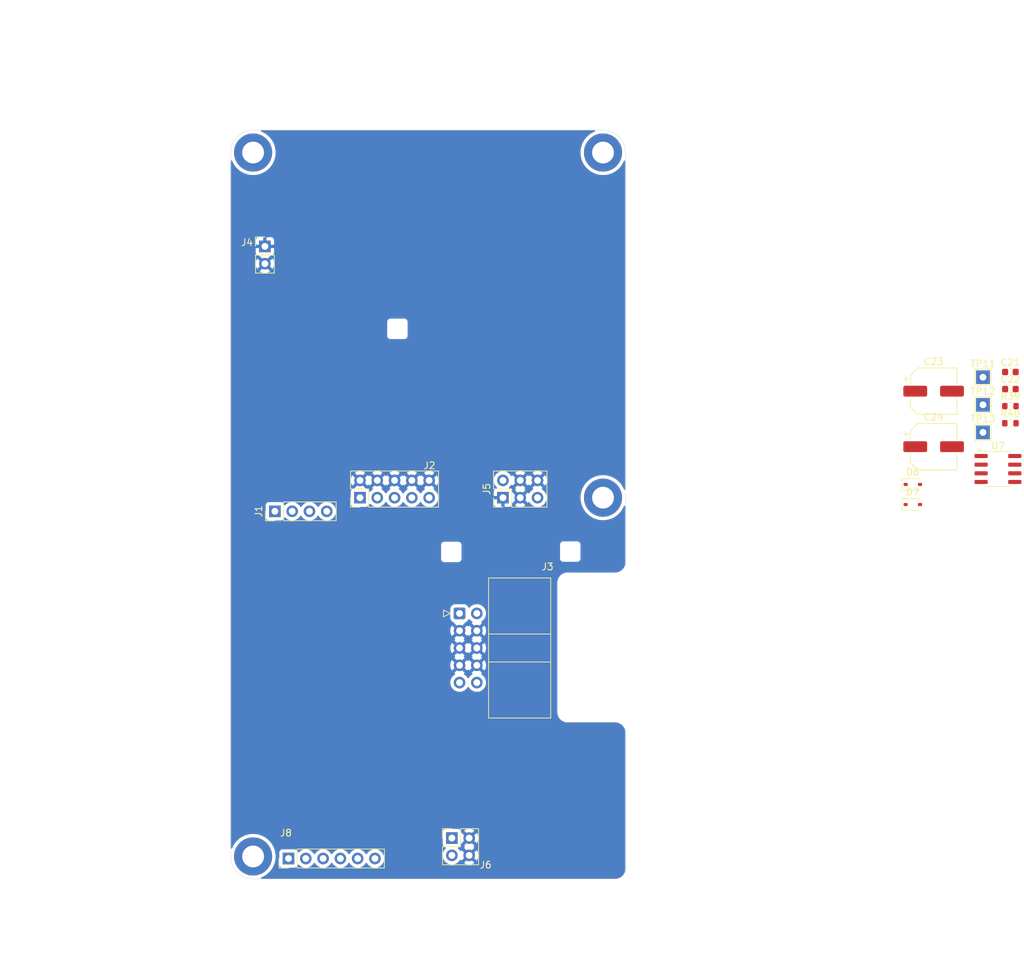
<source format=kicad_pcb>
(kicad_pcb (version 20241229) (generator "pcbnew") (generator_version "9.0")
  (layers (0 "F.Cu" signal) (2 "B.Cu" signal) (13 "F.Paste" user) (15 "B.Paste" user) (5 "F.SilkS" user "F.Silkscreen") (7 "B.SilkS" user "B.Silkscreen") (1 "F.Mask" user) (3 "B.Mask" user) (25 "Edge.Cuts" user))
  (net 0 "")
  (net 1 "GND")
  (net 2 "+12V")
  (net 3 "-12V")
  (net 4 "CV")
  (net 5 "RAW_SAW")
  (net 6 "SAW_INV")
  (net 7 "TRI")
  (net 8 "SQR")
  (net 9 "SAW")
  (net 10 "FM")
  (net 11 "SQR_SHAPE")
  (net 12 "HARD_SYNC")
  (net 13 "Net-(U7A--)")
  (net 14 "-5V")
  (net 15 "Net-(U7B--)")
  (net 16 "NOISE")
  (net 17 "SUB")
  (net 18 "Net-(D6-A)")
  (net 19 "Net-(D7-K)")
  (footprint "Capacitor_SMD:C_0603_1608Metric" (layer "F.Cu") (at 238.544 82.044)
    (property "Reference" "C22" (at 0 -1.43 0) (layer "F.SilkS"))
    (property "Value" "100n")
    (fp_line (start -0.14058 -0.51) (end 0.14058 -0.51) (stroke (width 0.12)) (layer "F.SilkS"))
    (fp_line (start -0.14058 0.51) (end 0.14058 0.51) (stroke (width 0.12)) (layer "F.SilkS"))
    (pad "1" smd roundrect (at -0.775 0) (size 0.9 0.95) (layers "F.Cu" "F.Mask" "F.Paste") (net 1 "GND"))
    (pad "2" smd roundrect (at 0.775 0) (size 0.9 0.95) (layers "F.Cu" "F.Mask" "F.Paste") (net 3 "-12V"))
  )
  (footprint "Connector_PinHeader_2.54mm:PinHeader_1x06_P2.54mm_Vertical" (layer "F.Cu") (at 132.5 151 90)
    (property "Reference" "J8" (at 3.749 -0.372 180) (layer "F.SilkS"))
    (property "Value" "Conn_01x06")
    (fp_line (start -1.38 -1.38) (end 0 -1.38) (stroke (width 0.12)) (layer "F.SilkS"))
    (fp_line (start -1.38 0) (end -1.38 -1.38) (stroke (width 0.12)) (layer "F.SilkS"))
    (fp_line (start 1.38 1.27) (end 1.38 14.08) (stroke (width 0.12)) (layer "F.SilkS"))
    (fp_line (start -1.38 1.27) (end 1.38 1.27) (stroke (width 0.12)) (layer "F.SilkS"))
    (fp_line (start -1.38 1.27) (end -1.38 14.08) (stroke (width 0.12)) (layer "F.SilkS"))
    (fp_line (start -1.38 14.08) (end 1.38 14.08) (stroke (width 0.12)) (layer "F.SilkS"))
    (pad "1" thru_hole rect (at 0 0 90) (size 1.7 1.7) (drill 1) (layers "*.Cu" "*.Mask"))
    (pad "2" thru_hole circle (at 0 2.54 90) (size 1.7 1.7) (drill 1) (layers "*.Cu" "*.Mask"))
    (pad "3" thru_hole circle (at 0 5.08 90) (size 1.7 1.7) (drill 1) (layers "*.Cu" "*.Mask"))
    (pad "4" thru_hole circle (at 0 7.62 90) (size 1.7 1.7) (drill 1) (layers "*.Cu" "*.Mask"))
    (pad "5" thru_hole circle (at 0 10.16 90) (size 1.7 1.7) (drill 1) (layers "*.Cu" "*.Mask"))
    (pad "6" thru_hole circle (at 0 12.7 90) (size 1.7 1.7) (drill 1) (layers "*.Cu" "*.Mask"))
  )
  (footprint "Capacitor_SMD:C_0603_1608Metric" (layer "F.Cu") (at 238.544 79.534)
    (property "Reference" "C21" (at 0 -1.43 0) (layer "F.SilkS"))
    (property "Value" "100n")
    (fp_line (start -0.14058 -0.51) (end 0.14058 -0.51) (stroke (width 0.12)) (layer "F.SilkS"))
    (fp_line (start -0.14058 0.51) (end 0.14058 0.51) (stroke (width 0.12)) (layer "F.SilkS"))
    (pad "1" smd roundrect (at -0.775 0) (size 0.9 0.95) (layers "F.Cu" "F.Mask" "F.Paste") (net 2 "+12V"))
    (pad "2" smd roundrect (at 0.775 0) (size 0.9 0.95) (layers "F.Cu" "F.Mask" "F.Paste") (net 1 "GND"))
  )
  (footprint "Connector_PinHeader_2.54mm:PinHeader_2x03_P2.54mm_Vertical" (layer "F.Cu") (at 164 98 90)
    (property "Reference" "J5" (at 1.27 -2.38 90) (layer "F.SilkS"))
    (property "Value" "Conn_02x03_Odd_Even")
    (fp_line (start 3.92 -1.38) (end 3.92 6.46) (stroke (width 0.12)) (layer "F.SilkS"))
    (fp_line (start 1.27 -1.38) (end 3.92 -1.38) (stroke (width 0.12)) (layer "F.SilkS"))
    (fp_line (start -1.38 -1.38) (end 0 -1.38) (stroke (width 0.12)) (layer "F.SilkS"))
    (fp_line (start -1.38 0) (end -1.38 -1.38) (stroke (width 0.12)) (layer "F.SilkS"))
    (fp_line (start 1.27 1.27) (end 1.27 -1.38) (stroke (width 0.12)) (layer "F.SilkS"))
    (fp_line (start -1.38 1.27) (end 1.27 1.27) (stroke (width 0.12)) (layer "F.SilkS"))
    (fp_line (start -1.38 1.27) (end -1.38 6.46) (stroke (width 0.12)) (layer "F.SilkS"))
    (fp_line (start -1.38 6.46) (end 3.92 6.46) (stroke (width 0.12)) (layer "F.SilkS"))
    (pad "1" thru_hole rect (at 0 0 90) (size 1.7 1.7) (drill 1) (layers "*.Cu" "*.Mask") (net 1 "GND"))
    (pad "2" thru_hole circle (at 2.54 0 90) (size 1.7 1.7) (drill 1) (layers "*.Cu" "*.Mask") (net 2 "+12V"))
    (pad "3" thru_hole circle (at 0 2.54 90) (size 1.7 1.7) (drill 1) (layers "*.Cu" "*.Mask") (net 1 "GND"))
    (pad "4" thru_hole circle (at 2.54 2.54 90) (size 1.7 1.7) (drill 1) (layers "*.Cu" "*.Mask") (net 1 "GND"))
    (pad "5" thru_hole circle (at 0 5.08 90) (size 1.7 1.7) (drill 1) (layers "*.Cu" "*.Mask") (net 3 "-12V"))
    (pad "6" thru_hole circle (at 2.54 5.08 90) (size 1.7 1.7) (drill 1) (layers "*.Cu" "*.Mask") (net 1 "GND"))
  )
  (footprint "Capacitor_SMD:CP_Elec_6.3x7.7" (layer "F.Cu") (at 227.264 90.504)
    (property "Reference" "C24" (at 0 -4.35 0) (layer "F.SilkS"))
    (property "Value" "100u")
    (fp_line (start -4.4375 -1.8475) (end -3.65 -1.8475) (stroke (width 0.12)) (layer "F.SilkS"))
    (fp_line (start -4.04375 -2.24125) (end -4.04375 -1.45375) (stroke (width 0.12)) (layer "F.SilkS"))
    (fp_line (start -3.41 -2.345563) (end -3.41 -1.06) (stroke (width 0.12)) (layer "F.SilkS"))
    (fp_line (start -3.41 -2.345563) (end -2.345563 -3.41) (stroke (width 0.12)) (layer "F.SilkS"))
    (fp_line (start -3.41 2.345563) (end -3.41 1.06) (stroke (width 0.12)) (layer "F.SilkS"))
    (fp_line (start -3.41 2.345563) (end -2.345563 3.41) (stroke (width 0.12)) (layer "F.SilkS"))
    (fp_line (start -2.345563 -3.41) (end 3.41 -3.41) (stroke (width 0.12)) (layer "F.SilkS"))
    (fp_line (start -2.345563 3.41) (end 3.41 3.41) (stroke (width 0.12)) (layer "F.SilkS"))
    (fp_line (start 3.41 -3.41) (end 3.41 -1.06) (stroke (width 0.12)) (layer "F.SilkS"))
    (fp_line (start 3.41 3.41) (end 3.41 1.06) (stroke (width 0.12)) (layer "F.SilkS"))
    (pad "1" smd roundrect (at -2.7 0) (size 3.5 1.6) (layers "F.Cu" "F.Mask" "F.Paste") (roundrect_rratio 0.15625) (net 1 "GND"))
    (pad "2" smd roundrect (at 2.7 0) (size 3.5 1.6) (layers "F.Cu" "F.Mask" "F.Paste") (roundrect_rratio 0.15625) (net 3 "-12V"))
  )
  (footprint "MountingHole:MountingHole_3.2mm_M3_DIN965_Pad" (layer "F.Cu") (at 178.7 98)
    (property "Reference" "H2")
    (property "Value" "MountingHole")
    (pad "1" thru_hole circle (at 0 0) (size 5.6 5.6) (drill 3.2) (layers "*.Cu" "*.Mask"))
  )
  (footprint "Resistor_SMD:R_0603_1608Metric" (layer "F.Cu") (at 238.544 87.064)
    (property "Reference" "R40" (at 0 -1.43 0) (layer "F.SilkS"))
    (property "Value" "100k")
    (fp_line (start -0.237258 -0.5225) (end 0.237258 -0.5225) (stroke (width 0.12)) (layer "F.SilkS"))
    (fp_line (start -0.237258 0.5225) (end 0.237258 0.5225) (stroke (width 0.12)) (layer "F.SilkS"))
    (pad "1" smd roundrect (at -0.825 0) (size 0.8 0.95) (layers "F.Cu" "F.Mask" "F.Paste") (net 13 "Net-(U7A--)"))
    (pad "2" smd roundrect (at 0.825 0) (size 0.8 0.95) (layers "F.Cu" "F.Mask" "F.Paste") (net 14 "-5V"))
  )
  (footprint "MountingHole:MountingHole_3.2mm_M3_DIN965_Pad" (layer "F.Cu") (at 127.3 47.3)
    (property "Reference" "H1")
    (property "Value" "MountingHole")
    (pad "1" thru_hole circle (at 0 0) (size 5.6 5.6) (drill 3.2) (layers "*.Cu" "*.Mask"))
  )
  (footprint "Connector_PinHeader_2.54mm:PinHeader_2x05_P2.54mm_Vertical" (layer "F.Cu") (at 143 98 90)
    (property "Reference" "J2" (at 4.724 10.21 180) (layer "F.SilkS"))
    (property "Value" "Conn_02x05_Odd_Even")
    (fp_line (start 3.92 -1.38) (end 3.92 11.54) (stroke (width 0.12)) (layer "F.SilkS"))
    (fp_line (start 1.27 -1.38) (end 3.92 -1.38) (stroke (width 0.12)) (layer "F.SilkS"))
    (fp_line (start -1.38 -1.38) (end 0 -1.38) (stroke (width 0.12)) (layer "F.SilkS"))
    (fp_line (start -1.38 0) (end -1.38 -1.38) (stroke (width 0.12)) (layer "F.SilkS"))
    (fp_line (start 1.27 1.27) (end 1.27 -1.38) (stroke (width 0.12)) (layer "F.SilkS"))
    (fp_line (start -1.38 1.27) (end 1.27 1.27) (stroke (width 0.12)) (layer "F.SilkS"))
    (fp_line (start -1.38 1.27) (end -1.38 11.54) (stroke (width 0.12)) (layer "F.SilkS"))
    (fp_line (start -1.38 11.54) (end 3.92 11.54) (stroke (width 0.12)) (layer "F.SilkS"))
    (pad "1" thru_hole rect (at 0 0 90) (size 1.7 1.7) (drill 1) (layers "*.Cu" "*.Mask") (net 5 "RAW_SAW"))
    (pad "2" thru_hole circle (at 2.54 0 90) (size 1.7 1.7) (drill 1) (layers "*.Cu" "*.Mask") (net 1 "GND"))
    (pad "3" thru_hole circle (at 0 2.54 90) (size 1.7 1.7) (drill 1) (layers "*.Cu" "*.Mask") (net 8 "SQR"))
    (pad "4" thru_hole circle (at 2.54 2.54 90) (size 1.7 1.7) (drill 1) (layers "*.Cu" "*.Mask") (net 1 "GND"))
    (pad "5" thru_hole circle (at 0 5.08 90) (size 1.7 1.7) (drill 1) (layers "*.Cu" "*.Mask") (net 7 "TRI"))
    (pad "6" thru_hole circle (at 2.54 5.08 90) (size 1.7 1.7) (drill 1) (layers "*.Cu" "*.Mask") (net 1 "GND"))
    (pad "7" thru_hole circle (at 0 7.62 90) (size 1.7 1.7) (drill 1) (layers "*.Cu" "*.Mask") (net 9 "SAW"))
    (pad "8" thru_hole circle (at 2.54 7.62 90) (size 1.7 1.7) (drill 1) (layers "*.Cu" "*.Mask") (net 1 "GND"))
    (pad "9" thru_hole circle (at 0 10.16 90) (size 1.7 1.7) (drill 1) (layers "*.Cu" "*.Mask") (net 6 "SAW_INV"))
    (pad "10" thru_hole circle (at 2.54 10.16 90) (size 1.7 1.7) (drill 1) (layers "*.Cu" "*.Mask") (net 1 "GND"))
  )
  (footprint "TestPoint:TestPoint_THTPad_2.0x2.0mm_Drill1.0mm" (layer "F.Cu") (at 234.514 88.404)
    (property "Reference" "TP13" (at 0 -1.998 0) (layer "F.SilkS"))
    (property "Value" "-12V")
    (fp_line (start -1.2 -1.2) (end 1.2 -1.2) (stroke (width 0.12)) (layer "F.SilkS"))
    (fp_line (start -1.2 1.2) (end -1.2 -1.2) (stroke (width 0.12)) (layer "F.SilkS"))
    (fp_line (start 1.2 -1.2) (end 1.2 1.2) (stroke (width 0.12)) (layer "F.SilkS"))
    (fp_line (start 1.2 1.2) (end -1.2 1.2) (stroke (width 0.12)) (layer "F.SilkS"))
    (pad "1" thru_hole rect (at 0 0) (size 2 2) (drill 1) (layers "*.Cu" "*.Mask") (net 3 "-12V"))
  )
  (footprint "Diode_SMD:D_SOD-323" (layer "F.Cu") (at 224.209 99.004)
    (property "Reference" "D7" (at 0 -1.85 0) (layer "F.SilkS"))
    (property "Value" "1N5817")
    (fp_line (start -1.61 -0.85) (end -1.61 0.85) (stroke (width 0.12)) (layer "F.SilkS"))
    (fp_line (start -1.61 -0.85) (end 1.05 -0.85) (stroke (width 0.12)) (layer "F.SilkS"))
    (fp_line (start -1.61 0.85) (end 1.05 0.85) (stroke (width 0.12)) (layer "F.SilkS"))
    (pad "1" smd roundrect (at -1.05 0) (size 0.6 0.45) (layers "F.Cu" "F.Mask" "F.Paste") (net 19 "Net-(D7-K)"))
    (pad "2" smd roundrect (at 1.05 0) (size 0.6 0.45) (layers "F.Cu" "F.Mask" "F.Paste") (net 3 "-12V"))
  )
  (footprint "Connector_PinHeader_2.54mm:PinHeader_1x02_P2.54mm_Vertical" (layer "F.Cu") (at 129.032 61.087)
    (property "Reference" "J4" (at -2.619 -0.577 0) (layer "F.SilkS"))
    (property "Value" "Conn_01x02")
    (fp_line (start -1.38 -1.38) (end 0 -1.38) (stroke (width 0.12)) (layer "F.SilkS"))
    (fp_line (start -1.38 0) (end -1.38 -1.38) (stroke (width 0.12)) (layer "F.SilkS"))
    (fp_line (start -1.38 1.27) (end -1.38 3.92) (stroke (width 0.12)) (layer "F.SilkS"))
    (fp_line (start -1.38 1.27) (end 1.38 1.27) (stroke (width 0.12)) (layer "F.SilkS"))
    (fp_line (start -1.38 3.92) (end 1.38 3.92) (stroke (width 0.12)) (layer "F.SilkS"))
    (fp_line (start 1.38 1.27) (end 1.38 3.92) (stroke (width 0.12)) (layer "F.SilkS"))
    (pad "1" thru_hole rect (at 0 0) (size 1.7 1.7) (drill 1) (layers "*.Cu" "*.Mask") (net 1 "GND"))
    (pad "2" thru_hole circle (at 0 2.54) (size 1.7 1.7) (drill 1) (layers "*.Cu" "*.Mask") (net 1 "GND"))
  )
  (footprint "Connector_PinHeader_2.54mm:PinHeader_2x02_P2.54mm_Vertical" (layer "F.Cu") (at 156.5 148)
    (property "Reference" "J6" (at 4.965 3.95 0) (layer "F.SilkS"))
    (property "Value" "Conn_02x02_Counter_Clockwise")
    (fp_line (start -1.38 -1.38) (end 0 -1.38) (stroke (width 0.12)) (layer "F.SilkS"))
    (fp_line (start -1.38 0) (end -1.38 -1.38) (stroke (width 0.12)) (layer "F.SilkS"))
    (fp_line (start -1.38 1.27) (end -1.38 3.92) (stroke (width 0.12)) (layer "F.SilkS"))
    (fp_line (start -1.38 1.27) (end 1.27 1.27) (stroke (width 0.12)) (layer "F.SilkS"))
    (fp_line (start -1.38 3.92) (end 3.92 3.92) (stroke (width 0.12)) (layer "F.SilkS"))
    (fp_line (start 1.27 -1.38) (end 3.92 -1.38) (stroke (width 0.12)) (layer "F.SilkS"))
    (fp_line (start 1.27 1.27) (end 1.27 -1.38) (stroke (width 0.12)) (layer "F.SilkS"))
    (fp_line (start 3.92 -1.38) (end 3.92 3.92) (stroke (width 0.12)) (layer "F.SilkS"))
    (pad "1" thru_hole rect (at 0 0) (size 1.7 1.7) (drill 1) (layers "*.Cu" "*.Mask") (net 16 "NOISE"))
    (pad "2" thru_hole circle (at 2.54 0) (size 1.7 1.7) (drill 1) (layers "*.Cu" "*.Mask") (net 1 "GND"))
    (pad "3" thru_hole circle (at 0 2.54) (size 1.7 1.7) (drill 1) (layers "*.Cu" "*.Mask") (net 17 "SUB"))
    (pad "4" thru_hole circle (at 2.54 2.54) (size 1.7 1.7) (drill 1) (layers "*.Cu" "*.Mask") (net 1 "GND"))
  )
  (footprint "TestPoint:TestPoint_THTPad_2.0x2.0mm_Drill1.0mm" (layer "F.Cu") (at 234.514 80.304)
    (property "Reference" "TP11" (at 0 -1.998 0) (layer "F.SilkS"))
    (property "Value" "-5V")
    (fp_line (start -1.2 -1.2) (end 1.2 -1.2) (stroke (width 0.12)) (layer "F.SilkS"))
    (fp_line (start -1.2 1.2) (end -1.2 -1.2) (stroke (width 0.12)) (layer "F.SilkS"))
    (fp_line (start 1.2 -1.2) (end 1.2 1.2) (stroke (width 0.12)) (layer "F.SilkS"))
    (fp_line (start 1.2 1.2) (end -1.2 1.2) (stroke (width 0.12)) (layer "F.SilkS"))
    (pad "1" thru_hole rect (at 0 0) (size 2 2) (drill 1) (layers "*.Cu" "*.Mask") (net 14 "-5V"))
  )
  (footprint "Capacitor_SMD:CP_Elec_6.3x7.7" (layer "F.Cu") (at 227.264 82.354)
    (property "Reference" "C23" (at 0 -4.35 0) (layer "F.SilkS"))
    (property "Value" "100u")
    (fp_line (start -4.4375 -1.8475) (end -3.65 -1.8475) (stroke (width 0.12)) (layer "F.SilkS"))
    (fp_line (start -4.04375 -2.24125) (end -4.04375 -1.45375) (stroke (width 0.12)) (layer "F.SilkS"))
    (fp_line (start -3.41 -2.345563) (end -3.41 -1.06) (stroke (width 0.12)) (layer "F.SilkS"))
    (fp_line (start -3.41 -2.345563) (end -2.345563 -3.41) (stroke (width 0.12)) (layer "F.SilkS"))
    (fp_line (start -3.41 2.345563) (end -3.41 1.06) (stroke (width 0.12)) (layer "F.SilkS"))
    (fp_line (start -3.41 2.345563) (end -2.345563 3.41) (stroke (width 0.12)) (layer "F.SilkS"))
    (fp_line (start -2.345563 -3.41) (end 3.41 -3.41) (stroke (width 0.12)) (layer "F.SilkS"))
    (fp_line (start -2.345563 3.41) (end 3.41 3.41) (stroke (width 0.12)) (layer "F.SilkS"))
    (fp_line (start 3.41 -3.41) (end 3.41 -1.06) (stroke (width 0.12)) (layer "F.SilkS"))
    (fp_line (start 3.41 3.41) (end 3.41 1.06) (stroke (width 0.12)) (layer "F.SilkS"))
    (pad "1" smd roundrect (at -2.7 0) (size 3.5 1.6) (layers "F.Cu" "F.Mask" "F.Paste") (roundrect_rratio 0.15625) (net 2 "+12V"))
    (pad "2" smd roundrect (at 2.7 0) (size 3.5 1.6) (layers "F.Cu" "F.Mask" "F.Paste") (roundrect_rratio 0.15625) (net 1 "GND"))
  )
  (footprint "MountingHole:MountingHole_3.2mm_M3_DIN965_Pad" (layer "F.Cu") (at 178.7 47.3)
    (property "Reference" "H4")
    (property "Value" "MountingHole")
    (pad "1" thru_hole circle (at 0 0) (size 5.6 5.6) (drill 3.2) (layers "*.Cu" "*.Mask"))
  )
  (footprint "Diode_SMD:D_SOD-323" (layer "F.Cu") (at 224.209 96.054)
    (property "Reference" "D6" (at 0 -1.85 0) (layer "F.SilkS"))
    (property "Value" "1N5817")
    (fp_line (start -1.61 -0.85) (end -1.61 0.85) (stroke (width 0.12)) (layer "F.SilkS"))
    (fp_line (start -1.61 -0.85) (end 1.05 -0.85) (stroke (width 0.12)) (layer "F.SilkS"))
    (fp_line (start -1.61 0.85) (end 1.05 0.85) (stroke (width 0.12)) (layer "F.SilkS"))
    (pad "1" smd roundrect (at -1.05 0) (size 0.6 0.45) (layers "F.Cu" "F.Mask" "F.Paste") (net 2 "+12V"))
    (pad "2" smd roundrect (at 1.05 0) (size 0.6 0.45) (layers "F.Cu" "F.Mask" "F.Paste") (net 18 "Net-(D6-A)"))
  )
  (footprint "Connector_IDC:IDC-Header_2x05_P2.54mm_Horizontal" (layer "F.Cu") (at 157.6245 115)
    (property "Reference" "J3" (at 12.9365 -6.858 180) (layer "F.SilkS"))
    (property "Value" "Conn_02x05_Odd_Even")
    (fp_line (start -2.35 -0.5) (end -2.35 0.5) (stroke (width 0.12)) (layer "F.SilkS"))
    (fp_line (start -2.35 0.5) (end -1.35 0) (stroke (width 0.12)) (layer "F.SilkS"))
    (fp_line (start -1.35 0) (end -2.35 -0.5) (stroke (width 0.12)) (layer "F.SilkS"))
    (fp_line (start 4.27 -5.21) (end 13.39 -5.21) (stroke (width 0.12)) (layer "F.SilkS"))
    (fp_line (start 4.27 3.03) (end 13.39 3.03) (stroke (width 0.12)) (layer "F.SilkS"))
    (fp_line (start 4.27 7.13) (end 13.39 7.13) (stroke (width 0.12)) (layer "F.SilkS"))
    (fp_line (start 4.27 15.37) (end 4.27 -5.21) (stroke (width 0.12)) (layer "F.SilkS"))
    (fp_line (start 13.39 -5.21) (end 13.39 15.37) (stroke (width 0.12)) (layer "F.SilkS"))
    (fp_line (start 13.39 15.37) (end 4.27 15.37) (stroke (width 0.12)) (layer "F.SilkS"))
    (pad "1" thru_hole roundrect (at 0 0) (size 1.7 1.7) (drill 1) (layers "*.Cu" "*.Mask") (roundrect_rratio 0.147059) (net 19 "Net-(D7-K)"))
    (pad "2" thru_hole circle (at 2.54 0) (size 1.7 1.7) (drill 1) (layers "*.Cu" "*.Mask") (net 19 "Net-(D7-K)"))
    (pad "3" thru_hole circle (at 0 2.54) (size 1.7 1.7) (drill 1) (layers "*.Cu" "*.Mask") (net 1 "GND"))
    (pad "4" thru_hole circle (at 2.54 2.54) (size 1.7 1.7) (drill 1) (layers "*.Cu" "*.Mask") (net 1 "GND"))
    (pad "5" thru_hole circle (at 0 5.08) (size 1.7 1.7) (drill 1) (layers "*.Cu" "*.Mask") (net 1 "GND"))
    (pad "6" thru_hole circle (at 2.54 5.08) (size 1.7 1.7) (drill 1) (layers "*.Cu" "*.Mask") (net 1 "GND"))
    (pad "7" thru_hole circle (at 0 7.62) (size 1.7 1.7) (drill 1) (layers "*.Cu" "*.Mask") (net 1 "GND"))
    (pad "8" thru_hole circle (at 2.54 7.62) (size 1.7 1.7) (drill 1) (layers "*.Cu" "*.Mask") (net 1 "GND"))
    (pad "9" thru_hole circle (at 0 10.16) (size 1.7 1.7) (drill 1) (layers "*.Cu" "*.Mask") (net 18 "Net-(D6-A)"))
    (pad "10" thru_hole circle (at 2.54 10.16) (size 1.7 1.7) (drill 1) (layers "*.Cu" "*.Mask") (net 18 "Net-(D6-A)"))
  )
  (footprint "MountingHole:MountingHole_3.2mm_M3_DIN965_Pad" (layer "F.Cu") (at 127.3 150.7)
    (property "Reference" "H3")
    (property "Value" "MountingHole")
    (pad "1" thru_hole circle (at 0 0) (size 5.6 5.6) (drill 3.2) (layers "*.Cu" "*.Mask"))
  )
  (footprint "TestPoint:TestPoint_THTPad_2.0x2.0mm_Drill1.0mm" (layer "F.Cu") (at 234.514 84.354)
    (property "Reference" "TP12" (at 0 -1.998 0) (layer "F.SilkS"))
    (property "Value" "12V")
    (fp_line (start -1.2 -1.2) (end 1.2 -1.2) (stroke (width 0.12)) (layer "F.SilkS"))
    (fp_line (start -1.2 1.2) (end -1.2 -1.2) (stroke (width 0.12)) (layer "F.SilkS"))
    (fp_line (start 1.2 -1.2) (end 1.2 1.2) (stroke (width 0.12)) (layer "F.SilkS"))
    (fp_line (start 1.2 1.2) (end -1.2 1.2) (stroke (width 0.12)) (layer "F.SilkS"))
    (pad "1" thru_hole rect (at 0 0) (size 2 2) (drill 1) (layers "*.Cu" "*.Mask") (net 2 "+12V"))
  )
  (footprint "Package_SO:SOIC-8_3.9x4.9mm_P1.27mm" (layer "F.Cu") (at 236.714 93.784)
    (property "Reference" "U7" (at 0 -3.4 0) (layer "F.SilkS"))
    (property "Value" "TL072")
    (fp_line (start 0 -2.56) (end -1.95 -2.56) (stroke (width 0.12)) (layer "F.SilkS"))
    (fp_line (start 0 -2.56) (end 1.95 -2.56) (stroke (width 0.12)) (layer "F.SilkS"))
    (fp_line (start 0 2.56) (end -1.95 2.56) (stroke (width 0.12)) (layer "F.SilkS"))
    (fp_line (start 0 2.56) (end 1.95 2.56) (stroke (width 0.12)) (layer "F.SilkS"))
    (fp_poly (pts (xy -2.7 -2.465) (xy -2.94 -2.795) (xy -2.46 -2.795)) (stroke (width 0.12)) (fill yes) (layer "F.SilkS"))
    (pad "1" smd roundrect (at -2.475 -1.905) (size 1.95 0.6) (layers "F.Cu" "F.Mask" "F.Paste") (net 14 "-5V"))
    (pad "2" smd roundrect (at -2.475 -0.635) (size 1.95 0.6) (layers "F.Cu" "F.Mask" "F.Paste") (net 13 "Net-(U7A--)"))
    (pad "3" smd roundrect (at -2.475 0.635) (size 1.95 0.6) (layers "F.Cu" "F.Mask" "F.Paste") (net 1 "GND"))
    (pad "4" smd roundrect (at -2.475 1.905) (size 1.95 0.6) (layers "F.Cu" "F.Mask" "F.Paste") (net 3 "-12V"))
    (pad "5" smd roundrect (at 2.475 1.905) (size 1.95 0.6) (layers "F.Cu" "F.Mask" "F.Paste") (net 1 "GND"))
    (pad "6" smd roundrect (at 2.475 0.635) (size 1.95 0.6) (layers "F.Cu" "F.Mask" "F.Paste") (net 15 "Net-(U7B--)"))
    (pad "7" smd roundrect (at 2.475 -0.635) (size 1.95 0.6) (layers "F.Cu" "F.Mask" "F.Paste") (net 15 "Net-(U7B--)"))
    (pad "8" smd roundrect (at 2.475 -1.905) (size 1.95 0.6) (layers "F.Cu" "F.Mask" "F.Paste") (net 2 "+12V"))
  )
  (footprint "Connector_PinHeader_2.54mm:PinHeader_1x04_P2.54mm_Vertical" (layer "F.Cu") (at 130.5 100 90)
    (property "Reference" "J1" (at 0 -2.38 90) (layer "F.SilkS"))
    (property "Value" "Conn_01x04")
    (fp_line (start -1.38 -1.38) (end 0 -1.38) (stroke (width 0.12)) (layer "F.SilkS"))
    (fp_line (start -1.38 0) (end -1.38 -1.38) (stroke (width 0.12)) (layer "F.SilkS"))
    (fp_line (start 1.38 1.27) (end 1.38 9) (stroke (width 0.12)) (layer "F.SilkS"))
    (fp_line (start -1.38 1.27) (end 1.38 1.27) (stroke (width 0.12)) (layer "F.SilkS"))
    (fp_line (start -1.38 1.27) (end -1.38 9) (stroke (width 0.12)) (layer "F.SilkS"))
    (fp_line (start -1.38 9) (end 1.38 9) (stroke (width 0.12)) (layer "F.SilkS"))
    (pad "1" thru_hole rect (at 0 0 90) (size 1.7 1.7) (drill 1) (layers "*.Cu" "*.Mask") (net 4 "CV"))
    (pad "2" thru_hole circle (at 0 2.54 90) (size 1.7 1.7) (drill 1) (layers "*.Cu" "*.Mask") (net 12 "HARD_SYNC"))
    (pad "3" thru_hole circle (at 0 5.08 90) (size 1.7 1.7) (drill 1) (layers "*.Cu" "*.Mask") (net 10 "FM"))
    (pad "4" thru_hole circle (at 0 7.62 90) (size 1.7 1.7) (drill 1) (layers "*.Cu" "*.Mask") (net 11 "SQR_SHAPE"))
  )
  (footprint "Resistor_SMD:R_0603_1608Metric" (layer "F.Cu") (at 238.544 84.554)
    (property "Reference" "R39" (at 0 -1.43 0) (layer "F.SilkS"))
    (property "Value" "240k")
    (fp_line (start -0.237258 -0.5225) (end 0.237258 -0.5225) (stroke (width 0.12)) (layer "F.SilkS"))
    (fp_line (start -0.237258 0.5225) (end 0.237258 0.5225) (stroke (width 0.12)) (layer "F.SilkS"))
    (pad "1" smd roundrect (at -0.825 0) (size 0.8 0.95) (layers "F.Cu" "F.Mask" "F.Paste") (net 2 "+12V"))
    (pad "2" smd roundrect (at 0.825 0) (size 0.8 0.95) (layers "F.Cu" "F.Mask" "F.Paste") (net 13 "Net-(U7A--)"))
  )
  (gr_line (start 173.5 109) (end 180.5 109) (stroke (width 0.05)) (layer "Edge.Cuts"))
  (gr_arc (start 178.7 44) (mid 181.033452 44.966548) (end 182 47.3) (stroke (width 0.05)) (layer "Edge.Cuts"))
  (gr_arc (start 172 110.5) (mid 172.43934 109.43934) (end 173.5 109) (stroke (width 0.05)) (layer "Edge.Cuts"))
  (gr_line (start 127.3 44) (end 178.7 44) (stroke (width 0.05)) (layer "Edge.Cuts"))
  (gr_line (start 172 129.5) (end 172 110.5) (stroke (width 0.05)) (layer "Edge.Cuts"))
  (gr_line (start 180.5 131) (end 173.5 131) (stroke (width 0.05)) (layer "Edge.Cuts"))
  (gr_arc (start 127.3 154) (mid 124.966548 153.033452) (end 124 150.7) (stroke (width 0.05)) (layer "Edge.Cuts"))
  (gr_line (start 180.5 154) (end 127.3 154) (stroke (width 0.05)) (layer "Edge.Cuts"))
  (gr_line (start 182 107.5) (end 182 47.3) (stroke (width 0.05)) (layer "Edge.Cuts"))
  (gr_arc (start 124 47.3) (mid 124.966548 44.966548) (end 127.3 44) (stroke (width 0.05)) (layer "Edge.Cuts"))
  (gr_arc (start 182 152.5) (mid 181.56066 153.56066) (end 180.5 154) (stroke (width 0.05)) (layer "Edge.Cuts"))
  (gr_line (start 124 150.7) (end 124 47.3) (stroke (width 0.05)) (layer "Edge.Cuts"))
  (gr_arc (start 180.5 131) (mid 181.56066 131.43934) (end 182 132.5) (stroke (width 0.05)) (layer "Edge.Cuts"))
  (gr_arc (start 173.5 131) (mid 172.43934 130.56066) (end 172 129.5) (stroke (width 0.05)) (layer "Edge.Cuts"))
  (gr_line (start 182 132.5) (end 182 152.5) (stroke (width 0.05)) (layer "Edge.Cuts"))
  (gr_arc (start 182 107.5) (mid 181.56066 108.56066) (end 180.5 109) (stroke (width 0.05)) (layer "Edge.Cuts"))
  (zone (net 1) (net_name "GND") (layer "B.Cu") (connect_pads (clearance 0.5)) (min_thickness 0.25) (fill yes (thermal_gap 0.5) (thermal_bridge_width 0.5) (island_removal_mode 2) (island_area_min 4))
    (polygon (pts (xy 182 44) (xy 182 154) (xy 124 154) (xy 124 44)))
  )
)
</source>
